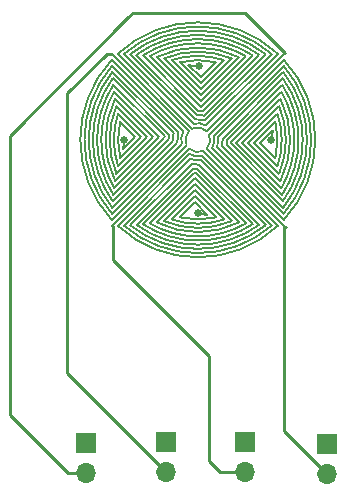
<source format=gbl>
G04 #@! TF.GenerationSoftware,KiCad,Pcbnew,(6.0.5)*
G04 #@! TF.CreationDate,2022-12-29T12:01:20-08:00*
G04 #@! TF.ProjectId,micro-motor-proto-02,6d696372-6f2d-46d6-9f74-6f722d70726f,rev?*
G04 #@! TF.SameCoordinates,Original*
G04 #@! TF.FileFunction,Copper,L2,Bot*
G04 #@! TF.FilePolarity,Positive*
%FSLAX46Y46*%
G04 Gerber Fmt 4.6, Leading zero omitted, Abs format (unit mm)*
G04 Created by KiCad (PCBNEW (6.0.5)) date 2022-12-29 12:01:20*
%MOMM*%
%LPD*%
G01*
G04 APERTURE LIST*
G04 #@! TA.AperFunction,ComponentPad*
%ADD10R,1.700000X1.700000*%
G04 #@! TD*
G04 #@! TA.AperFunction,ComponentPad*
%ADD11O,1.700000X1.700000*%
G04 #@! TD*
G04 #@! TA.AperFunction,ViaPad*
%ADD12C,0.650000*%
G04 #@! TD*
G04 #@! TA.AperFunction,Conductor*
%ADD13C,0.250000*%
G04 #@! TD*
G04 #@! TA.AperFunction,Conductor*
%ADD14C,0.203200*%
G04 #@! TD*
G04 APERTURE END LIST*
D10*
X37986052Y-76188129D03*
D11*
X37986052Y-78728129D03*
D10*
X51386052Y-76123129D03*
D11*
X51386052Y-78663129D03*
D10*
X44756885Y-76090187D03*
D11*
X44756885Y-78630187D03*
D10*
X58361052Y-76263129D03*
D11*
X58361052Y-78803129D03*
D12*
X47434500Y-56705500D03*
X41211500Y-50482500D03*
X47511676Y-44245415D03*
X53657500Y-50482500D03*
D13*
X40237477Y-60684477D02*
X40237477Y-57778317D01*
D14*
X47874911Y-51442357D02*
X54206373Y-57773819D01*
D13*
X48387000Y-77724000D02*
X48387000Y-68834000D01*
D14*
X40140575Y-57778317D02*
X46684141Y-51234749D01*
X41165029Y-57759648D02*
X46790146Y-52134538D01*
X44562338Y-57379710D02*
X47175721Y-54766323D01*
D13*
X49326129Y-78663129D02*
X48387000Y-77724000D01*
D14*
X47782223Y-51852562D02*
X53689307Y-57759650D01*
X45205221Y-57239716D02*
X47175719Y-55269219D01*
X47385547Y-52964573D02*
X52066754Y-57645783D01*
X42787583Y-57645781D02*
X47128637Y-53304722D01*
X47175719Y-55269219D02*
X48968632Y-57062126D01*
D13*
X48387000Y-68834000D02*
X40237477Y-60684477D01*
D14*
X40647965Y-57773818D02*
X46716456Y-51705332D01*
X47175719Y-55772110D02*
X48237026Y-56833420D01*
X45885707Y-57062128D02*
X47175719Y-55772110D01*
X43948621Y-57490531D02*
X47175724Y-54263429D01*
X48237026Y-56833420D02*
X47175720Y-56655538D01*
X47175724Y-54263429D02*
X50292000Y-57379711D01*
X47664440Y-52237676D02*
X53161379Y-57734613D01*
X47175723Y-53760536D02*
X50905716Y-57490531D01*
D13*
X51386052Y-78663129D02*
X49326129Y-78663129D01*
D14*
X43358385Y-57577872D02*
X47175723Y-53760536D01*
X47175721Y-54766323D02*
X49649117Y-57239719D01*
X47530662Y-52606793D02*
X52621132Y-57697261D01*
X47231851Y-53313770D02*
X51495952Y-57577870D01*
X41692958Y-57734617D02*
X46888032Y-52539540D01*
X42233207Y-57697264D02*
X47002309Y-52928154D01*
X47782230Y-51852587D02*
G75*
G02*
X46716456Y-51705332I-355030J1360887D01*
G01*
X42787583Y-57645780D02*
G75*
G03*
X52066754Y-57645782I4639587J7154070D01*
G01*
X45205226Y-57239700D02*
G75*
G03*
X49649117Y-57239719I2221974J6748000D01*
G01*
X44562347Y-57379688D02*
G75*
G03*
X50292000Y-57379710I2864853J6887988D01*
G01*
X47664441Y-52237681D02*
G75*
G02*
X46790146Y-52134537I-237241J1746081D01*
G01*
X47231851Y-53313770D02*
G75*
G02*
X47128637Y-53304721I195249J2820370D01*
G01*
X47385547Y-52964576D02*
G75*
G02*
X47002309Y-52928153I41653J2472676D01*
G01*
X43948622Y-57490530D02*
G75*
G03*
X50905716Y-57490530I3478547J6998799D01*
G01*
X42233209Y-57697261D02*
G75*
G03*
X52621132Y-57697261I5193961J7205571D01*
G01*
X47874924Y-51442385D02*
G75*
G02*
X46684141Y-51234749I-447724J950685D01*
G01*
X41165030Y-57759647D02*
G75*
G03*
X53689307Y-57759650I6262140J7267907D01*
G01*
X45885711Y-57062112D02*
G75*
G03*
X48968632Y-57062125I1541489J6570512D01*
G01*
X41692961Y-57734613D02*
G75*
G03*
X53161379Y-57734613I5734209J7242883D01*
G01*
X43358387Y-57577868D02*
G75*
G03*
X51495952Y-57577869I4068783J7086148D01*
G01*
X40647966Y-57773817D02*
G75*
G03*
X54206373Y-57773819I6779204J7282087D01*
G01*
X47530663Y-52606806D02*
G75*
G02*
X46888032Y-52539540I-103463J2114906D01*
G01*
D13*
X36385500Y-46545500D02*
X39720085Y-43210915D01*
D14*
X40421354Y-47018968D02*
X43648454Y-50246061D01*
X46059321Y-50852571D02*
X40152239Y-56759649D01*
X44151350Y-50246064D02*
X40421355Y-53976056D01*
X40214624Y-45303550D02*
X44983727Y-50072655D01*
X40152234Y-44235375D02*
X45777350Y-49860485D01*
D13*
X36385500Y-70258802D02*
X36385500Y-46545500D01*
D14*
X45305090Y-50601004D02*
X40214622Y-55691472D01*
X40177273Y-44763300D02*
X45372341Y-49958378D01*
X41078464Y-51307373D02*
X41256347Y-50246062D01*
D13*
X39720085Y-43210915D02*
X40133568Y-43210915D01*
D14*
X40133568Y-43210915D02*
X46677134Y-49754486D01*
X45674210Y-50734779D02*
X40177269Y-56231718D01*
X43648454Y-50246061D02*
X40532176Y-53362341D01*
X40266108Y-45857925D02*
X44607158Y-50198982D01*
X42139775Y-50246066D02*
X41078464Y-51307373D01*
X44598115Y-50302195D02*
X40334011Y-54566293D01*
X46469530Y-50945251D02*
X40138067Y-57276717D01*
X43145561Y-50246065D02*
X40672166Y-52719460D01*
X40532178Y-47632677D02*
X43145561Y-50246065D01*
X44947314Y-50455889D02*
X40266105Y-55137098D01*
X40334015Y-46428728D02*
X44151350Y-50246064D01*
X40849761Y-48956049D02*
X42139775Y-50246066D01*
X40138067Y-43718308D02*
X46206555Y-49786794D01*
X42642672Y-50246062D02*
X40849756Y-52038972D01*
X40672167Y-48275567D02*
X42642672Y-50246062D01*
D13*
X44756885Y-78630187D02*
X36385500Y-70258802D01*
D14*
X40334012Y-46428726D02*
G75*
G03*
X40334012Y-54566293I7086148J-4068784D01*
G01*
X40672170Y-48275568D02*
G75*
G03*
X40672166Y-52719460I6748040J-2221952D01*
G01*
X40138065Y-43718306D02*
G75*
G03*
X40138068Y-57276716I7282085J-6779204D01*
G01*
X45305096Y-50601004D02*
G75*
G02*
X45372341Y-49958378I2115104J103504D01*
G01*
X40849761Y-48956049D02*
G75*
G03*
X40849756Y-52038972I6570529J-1541471D01*
G01*
X44598115Y-50302195D02*
G75*
G02*
X44607159Y-50198982I2822485J-195305D01*
G01*
X40152235Y-44235376D02*
G75*
G03*
X40152239Y-56759649I7267915J-6262134D01*
G01*
X46059331Y-50852568D02*
G75*
G02*
X46206555Y-49786794I1360869J355068D01*
G01*
X40177272Y-44763299D02*
G75*
G03*
X40177269Y-56231718I7242888J-5734211D01*
G01*
X44947311Y-50455889D02*
G75*
G02*
X44983728Y-50072655I2472589J-41611D01*
G01*
X40266105Y-45857923D02*
G75*
G03*
X40266105Y-55137098I7154065J-4639587D01*
G01*
X40532177Y-47632677D02*
G75*
G03*
X40532176Y-53362341I6888013J-2864833D01*
G01*
X40421354Y-47018968D02*
G75*
G03*
X40421356Y-53976056I6998806J-3478542D01*
G01*
X46469529Y-50945252D02*
G75*
G02*
X46677134Y-49754486I950571J447752D01*
G01*
X40214622Y-45303548D02*
G75*
G03*
X40214622Y-55691472I7205518J-5193962D01*
G01*
X45674221Y-50734777D02*
G75*
G02*
X45777350Y-49860485I1745979J237277D01*
G01*
X47461784Y-48024662D02*
X42780576Y-43343453D01*
X54199369Y-43215412D02*
X48130877Y-49283902D01*
D13*
X31496000Y-51117500D02*
X31496000Y-50165000D01*
X51435000Y-39751000D02*
X54800500Y-43116500D01*
D14*
X47316670Y-48382443D02*
X42226200Y-43291974D01*
D13*
X36437129Y-78728129D02*
X31496000Y-73787000D01*
D14*
X50898710Y-43498705D02*
X47671608Y-46725802D01*
X47671608Y-45217123D02*
X46610305Y-44155809D01*
X47065105Y-49136669D02*
X41158024Y-43229583D01*
X46610305Y-44155809D02*
X47671611Y-44333698D01*
X47671611Y-47228699D02*
X43941614Y-43498704D01*
X52059747Y-43343451D02*
X47718692Y-47684508D01*
D13*
X37986052Y-78728129D02*
X36437129Y-78728129D01*
D14*
X47671610Y-46222913D02*
X45198216Y-43749519D01*
X49642109Y-43749515D02*
X47671610Y-45720014D01*
X53682303Y-43229583D02*
X48057190Y-48854694D01*
X52614125Y-43291976D02*
X47845021Y-48061074D01*
X47182892Y-48751557D02*
X41685953Y-43254620D01*
D13*
X51371500Y-39751000D02*
X51435000Y-39751000D01*
D14*
X47671610Y-45720014D02*
X45878701Y-43927109D01*
D13*
X31496000Y-73787000D02*
X31496000Y-51117500D01*
D14*
X50284995Y-43609526D02*
X47671610Y-46222913D01*
X53154375Y-43254622D02*
X47959299Y-48449693D01*
X46972420Y-49546875D02*
X40640959Y-43215414D01*
X48961622Y-43927105D02*
X47671608Y-45217123D01*
X47615484Y-47675458D02*
X43351379Y-43411364D01*
X54706758Y-43210918D02*
X48163189Y-49754485D01*
D13*
X41529000Y-40132000D02*
X41910000Y-39751000D01*
D14*
X47671608Y-46725802D02*
X44555332Y-43609527D01*
X51488943Y-43411361D02*
X47671611Y-47228699D01*
D13*
X41910000Y-39751000D02*
X51371500Y-39751000D01*
X31496000Y-50165000D02*
X41529000Y-40132000D01*
D14*
X47615484Y-47675457D02*
G75*
G02*
X47718692Y-47684508I-196884J-2837843D01*
G01*
X47065112Y-49136694D02*
G75*
G02*
X48130877Y-49283903I355088J-1360806D01*
G01*
X47182889Y-48751538D02*
G75*
G02*
X48057190Y-48854694I237211J-1746162D01*
G01*
X54199373Y-43215408D02*
G75*
G03*
X40640960Y-43215415I-6779203J-7282092D01*
G01*
X47461784Y-48024660D02*
G75*
G02*
X47845021Y-48061075I-41684J-2473540D01*
G01*
X52614124Y-43291977D02*
G75*
G03*
X42226200Y-43291974I-5193964J-7205513D01*
G01*
X52059745Y-43343454D02*
G75*
G03*
X42780576Y-43343454I-4639585J-7154066D01*
G01*
X50898709Y-43498706D02*
G75*
G03*
X43941614Y-43498705I-3478549J-6998794D01*
G01*
X48961625Y-43927092D02*
G75*
G03*
X45878701Y-43927109I-1541425J-6570508D01*
G01*
X50285005Y-43609502D02*
G75*
G03*
X44555332Y-43609528I-2864805J-6887998D01*
G01*
X49642115Y-43749497D02*
G75*
G03*
X45198216Y-43749519I-2221915J-6747903D01*
G01*
X47316670Y-48382445D02*
G75*
G02*
X47959299Y-48449694I103530J-2114755D01*
G01*
X53154372Y-43254625D02*
G75*
G03*
X41685954Y-43254621I-5734212J-7242885D01*
G01*
X53682302Y-43229584D02*
G75*
G03*
X41158024Y-43229583I-6262139J-7267933D01*
G01*
X46972439Y-49546915D02*
G75*
G02*
X48163189Y-49754485I447761J-950585D01*
G01*
X51488941Y-43411364D02*
G75*
G03*
X43351379Y-43411364I-4068781J-7086106D01*
G01*
X54663053Y-56231720D02*
X49467980Y-51036649D01*
D13*
X54737000Y-57912000D02*
X54800500Y-57848500D01*
D14*
X51694766Y-50748960D02*
X54168160Y-48275562D01*
X50242215Y-50692830D02*
X54506312Y-46428725D01*
D13*
X54800500Y-57848500D02*
X54864000Y-57848500D01*
D14*
X54574221Y-55137100D02*
X50233165Y-50796043D01*
X53990566Y-52038972D02*
X52700555Y-50748959D01*
X54168161Y-52719459D02*
X52197660Y-50748961D01*
X54625703Y-55691473D02*
X49856597Y-50922367D01*
X49535232Y-50394021D02*
X54625700Y-45303550D01*
X54706755Y-57784105D02*
X48163190Y-51240540D01*
X53761860Y-49687653D02*
X53583980Y-50748958D01*
X54418972Y-53976060D02*
X51191869Y-50748957D01*
D13*
X58361052Y-78803129D02*
X54737000Y-75179077D01*
D14*
X54308150Y-53362341D02*
X51694766Y-50748960D01*
X50688978Y-50748959D02*
X54418969Y-47018962D01*
X52197660Y-50748961D02*
X53990566Y-48956052D01*
D13*
X54737000Y-75179077D02*
X54737000Y-57912000D01*
D14*
X48370800Y-50049770D02*
X54702262Y-43718310D01*
X49166115Y-50260241D02*
X54663056Y-44763300D01*
X54688092Y-56759648D02*
X49062978Y-51134538D01*
X49893015Y-50539132D02*
X54574221Y-45857924D01*
X54506315Y-54566294D02*
X50688978Y-50748959D01*
X54702261Y-57276717D02*
X48633772Y-51208226D01*
X51191869Y-50748957D02*
X54308152Y-47632679D01*
X48781007Y-50142459D02*
X54688093Y-44235373D01*
X52700555Y-50748959D02*
X53761860Y-49687653D01*
X54506313Y-54566293D02*
G75*
G03*
X54506312Y-46428725I-7086153J4068783D01*
G01*
X53990560Y-52038971D02*
G75*
G03*
X53990565Y-48956052I-6570360J1541471D01*
G01*
X49166116Y-50260241D02*
G75*
G02*
X49062977Y-51134538I-1746016J-237259D01*
G01*
X54418968Y-53976058D02*
G75*
G03*
X54418969Y-47018962I-6998798J3478548D01*
G01*
X54168159Y-52719458D02*
G75*
G03*
X54168159Y-48275562I-6748009J2221948D01*
G01*
X54574219Y-55137098D02*
G75*
G03*
X54574220Y-45857924I-7154059J4639588D01*
G01*
X54702257Y-57276714D02*
G75*
G03*
X54702261Y-43718311I-7282087J6779204D01*
G01*
X54688092Y-56759648D02*
G75*
G03*
X54688093Y-44235373I-7267932J6262138D01*
G01*
X54663054Y-56231721D02*
G75*
G03*
X54663056Y-44763300I-7242884J5734211D01*
G01*
X48781010Y-50142458D02*
G75*
G02*
X48633772Y-51208226I-1360910J-355042D01*
G01*
X49893014Y-50539132D02*
G75*
G02*
X49856597Y-50922367I-2472814J41632D01*
G01*
X50242214Y-50692830D02*
G75*
G02*
X50233164Y-50796043I-2814114J194730D01*
G01*
X48370816Y-50049762D02*
G75*
G02*
X48163189Y-51240539I-950616J-447738D01*
G01*
X49535239Y-50394021D02*
G75*
G02*
X49467980Y-51036649I-2114939J-103479D01*
G01*
X54625699Y-55691470D02*
G75*
G03*
X54625699Y-45303550I-7205529J5193960D01*
G01*
X54308144Y-53362339D02*
G75*
G03*
X54308151Y-47632679I-6888044J2864839D01*
G01*
M02*

</source>
